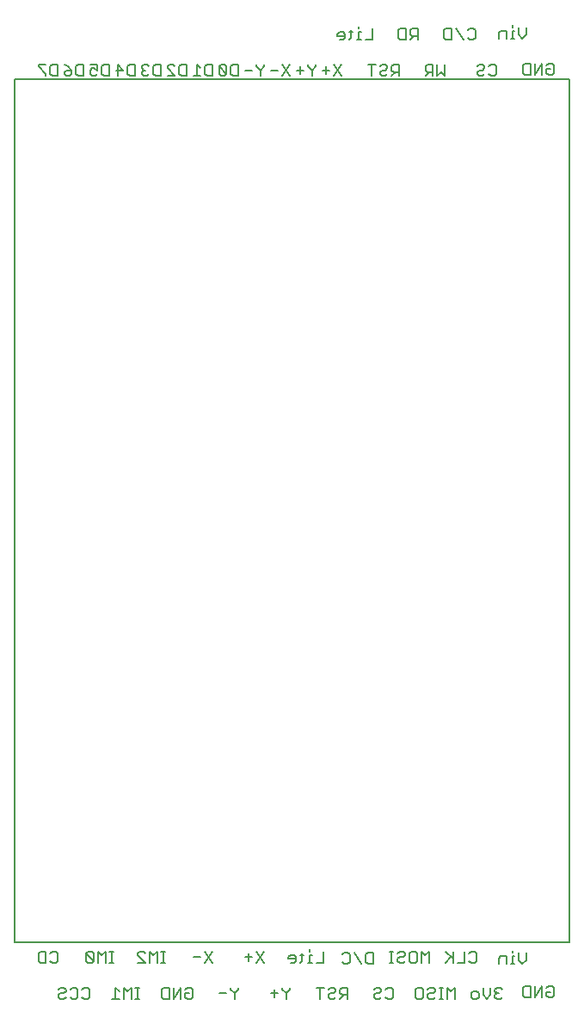
<source format=gbr>
G04 EAGLE Gerber RS-274X export*
G75*
%MOMM*%
%FSLAX34Y34*%
%LPD*%
%INSilkscreen Bottom*%
%IPPOS*%
%AMOC8*
5,1,8,0,0,1.08239X$1,22.5*%
G01*
%ADD10C,0.152400*%
%ADD11C,0.127000*%


D10*
X-204968Y489468D02*
X-204968Y478282D01*
X-210561Y478282D01*
X-212425Y480146D01*
X-212425Y487603D01*
X-210561Y489468D01*
X-204968Y489468D01*
X-220391Y487603D02*
X-224119Y489468D01*
X-220391Y487603D02*
X-216662Y483875D01*
X-216662Y480146D01*
X-218526Y478282D01*
X-222255Y478282D01*
X-224119Y480146D01*
X-224119Y482011D01*
X-222255Y483875D01*
X-216662Y483875D01*
X-179568Y489468D02*
X-179568Y478282D01*
X-185161Y478282D01*
X-187025Y480146D01*
X-187025Y487603D01*
X-185161Y489468D01*
X-179568Y489468D01*
X-191262Y489468D02*
X-198719Y489468D01*
X-191262Y489468D02*
X-191262Y483875D01*
X-194991Y485739D01*
X-196855Y485739D01*
X-198719Y483875D01*
X-198719Y480146D01*
X-196855Y478282D01*
X-193126Y478282D01*
X-191262Y480146D01*
X-154168Y478282D02*
X-154168Y489468D01*
X-154168Y478282D02*
X-159761Y478282D01*
X-161625Y480146D01*
X-161625Y487603D01*
X-159761Y489468D01*
X-154168Y489468D01*
X-171455Y489468D02*
X-171455Y478282D01*
X-165862Y483875D02*
X-171455Y489468D01*
X-173319Y483875D02*
X-165862Y483875D01*
X-128768Y489468D02*
X-128768Y478282D01*
X-134361Y478282D01*
X-136225Y480146D01*
X-136225Y487603D01*
X-134361Y489468D01*
X-128768Y489468D01*
X-140462Y487603D02*
X-142326Y489468D01*
X-146055Y489468D01*
X-147919Y487603D01*
X-147919Y485739D01*
X-146055Y483875D01*
X-144191Y483875D01*
X-146055Y483875D02*
X-147919Y482011D01*
X-147919Y480146D01*
X-146055Y478282D01*
X-142326Y478282D01*
X-140462Y480146D01*
X-230368Y478282D02*
X-230368Y489468D01*
X-230368Y478282D02*
X-235961Y478282D01*
X-237825Y480146D01*
X-237825Y487603D01*
X-235961Y489468D01*
X-230368Y489468D01*
X-242062Y489468D02*
X-249519Y489468D01*
X-249519Y487603D01*
X-242062Y480146D01*
X-242062Y478282D01*
X-103368Y478282D02*
X-103368Y489468D01*
X-103368Y478282D02*
X-108961Y478282D01*
X-110825Y480146D01*
X-110825Y487603D01*
X-108961Y489468D01*
X-103368Y489468D01*
X-115062Y478282D02*
X-122519Y478282D01*
X-115062Y478282D02*
X-122519Y485739D01*
X-122519Y487603D01*
X-120655Y489468D01*
X-116926Y489468D01*
X-115062Y487603D01*
X-77968Y489468D02*
X-77968Y478282D01*
X-83561Y478282D01*
X-85425Y480146D01*
X-85425Y487603D01*
X-83561Y489468D01*
X-77968Y489468D01*
X-89662Y485739D02*
X-93391Y489468D01*
X-93391Y478282D01*
X-97119Y478282D02*
X-89662Y478282D01*
X-52568Y478282D02*
X-52568Y489468D01*
X-52568Y478282D02*
X-58161Y478282D01*
X-60025Y480146D01*
X-60025Y487603D01*
X-58161Y489468D01*
X-52568Y489468D01*
X-64262Y487603D02*
X-64262Y480146D01*
X-64262Y487603D02*
X-66126Y489468D01*
X-69855Y489468D01*
X-71719Y487603D01*
X-71719Y480146D01*
X-69855Y478282D01*
X-66126Y478282D01*
X-64262Y480146D01*
X-71719Y487603D01*
X-27168Y487603D02*
X-27168Y489468D01*
X-27168Y487603D02*
X-30897Y483875D01*
X-34625Y487603D01*
X-34625Y489468D01*
X-30897Y483875D02*
X-30897Y478282D01*
X-38862Y483875D02*
X-46319Y483875D01*
X-9225Y478282D02*
X-1768Y489468D01*
X-9225Y489468D02*
X-1768Y478282D01*
X-13462Y483875D02*
X-20919Y483875D01*
X23632Y487603D02*
X23632Y489468D01*
X23632Y487603D02*
X19903Y483875D01*
X16175Y487603D01*
X16175Y489468D01*
X19903Y483875D02*
X19903Y478282D01*
X11938Y483875D02*
X4481Y483875D01*
X8210Y487603D02*
X8210Y480146D01*
X41575Y478282D02*
X49032Y489468D01*
X41575Y489468D02*
X49032Y478282D01*
X37338Y483875D02*
X29881Y483875D01*
X33610Y487603D02*
X33610Y480146D01*
X79688Y513842D02*
X79688Y525028D01*
X79688Y513842D02*
X72231Y513842D01*
X67994Y521299D02*
X66130Y521299D01*
X66130Y513842D01*
X67994Y513842D02*
X64266Y513842D01*
X66130Y525028D02*
X66130Y526892D01*
X58334Y523163D02*
X58334Y515706D01*
X56470Y513842D01*
X56470Y521299D02*
X60198Y521299D01*
X50538Y513842D02*
X46809Y513842D01*
X50538Y513842D02*
X52402Y515706D01*
X52402Y519435D01*
X50538Y521299D01*
X46809Y521299D01*
X44945Y519435D01*
X44945Y517571D01*
X52402Y517571D01*
X105679Y489468D02*
X105679Y478282D01*
X105679Y489468D02*
X100086Y489468D01*
X98222Y487603D01*
X98222Y483875D01*
X100086Y482011D01*
X105679Y482011D01*
X101950Y482011D02*
X98222Y478282D01*
X88392Y489468D02*
X86528Y487603D01*
X88392Y489468D02*
X92121Y489468D01*
X93985Y487603D01*
X93985Y485739D01*
X92121Y483875D01*
X88392Y483875D01*
X86528Y482011D01*
X86528Y480146D01*
X88392Y478282D01*
X92121Y478282D01*
X93985Y480146D01*
X78563Y478282D02*
X78563Y489468D01*
X82291Y489468D02*
X74834Y489468D01*
X123962Y513842D02*
X123962Y525028D01*
X118369Y525028D01*
X116505Y523163D01*
X116505Y519435D01*
X118369Y517571D01*
X123962Y517571D01*
X120234Y517571D02*
X116505Y513842D01*
X112268Y513842D02*
X112268Y525028D01*
X112268Y513842D02*
X106675Y513842D01*
X104811Y515706D01*
X104811Y523163D01*
X106675Y525028D01*
X112268Y525028D01*
X150632Y489468D02*
X150632Y478282D01*
X146903Y482011D01*
X143175Y478282D01*
X143175Y489468D01*
X138938Y489468D02*
X138938Y478282D01*
X138938Y489468D02*
X133345Y489468D01*
X131481Y487603D01*
X131481Y483875D01*
X133345Y482011D01*
X138938Y482011D01*
X135210Y482011D02*
X131481Y478282D01*
X173152Y523163D02*
X175016Y525028D01*
X178745Y525028D01*
X180609Y523163D01*
X180609Y515706D01*
X178745Y513842D01*
X175016Y513842D01*
X173152Y515706D01*
X168915Y513842D02*
X161458Y525028D01*
X157221Y525028D02*
X157221Y513842D01*
X151628Y513842D01*
X149764Y515706D01*
X149764Y523163D01*
X151628Y525028D01*
X157221Y525028D01*
X193975Y487603D02*
X195839Y489468D01*
X199568Y489468D01*
X201432Y487603D01*
X201432Y480146D01*
X199568Y478282D01*
X195839Y478282D01*
X193975Y480146D01*
X184145Y489468D02*
X182281Y487603D01*
X184145Y489468D02*
X187874Y489468D01*
X189738Y487603D01*
X189738Y485739D01*
X187874Y483875D01*
X184145Y483875D01*
X182281Y482011D01*
X182281Y480146D01*
X184145Y478282D01*
X187874Y478282D01*
X189738Y480146D01*
X230730Y518841D02*
X230730Y526298D01*
X230730Y518841D02*
X227002Y515112D01*
X223273Y518841D01*
X223273Y526298D01*
X219036Y522569D02*
X217172Y522569D01*
X217172Y515112D01*
X219036Y515112D02*
X215308Y515112D01*
X217172Y526298D02*
X217172Y528162D01*
X211240Y522569D02*
X211240Y515112D01*
X211240Y522569D02*
X205647Y522569D01*
X203783Y520705D01*
X203783Y515112D01*
X250622Y488873D02*
X252486Y490738D01*
X256215Y490738D01*
X258079Y488873D01*
X258079Y481416D01*
X256215Y479552D01*
X252486Y479552D01*
X250622Y481416D01*
X250622Y485145D01*
X254350Y485145D01*
X246385Y479552D02*
X246385Y490738D01*
X238928Y479552D01*
X238928Y490738D01*
X234691Y490738D02*
X234691Y479552D01*
X229098Y479552D01*
X227234Y481416D01*
X227234Y488873D01*
X229098Y490738D01*
X234691Y490738D01*
X-235961Y-383022D02*
X-237825Y-384887D01*
X-235961Y-383022D02*
X-232232Y-383022D01*
X-230368Y-384887D01*
X-230368Y-392344D01*
X-232232Y-394208D01*
X-235961Y-394208D01*
X-237825Y-392344D01*
X-242062Y-394208D02*
X-242062Y-383022D01*
X-242062Y-394208D02*
X-247655Y-394208D01*
X-249519Y-392344D01*
X-249519Y-384887D01*
X-247655Y-383022D01*
X-242062Y-383022D01*
X-204714Y-418582D02*
X-206578Y-420447D01*
X-204714Y-418582D02*
X-200985Y-418582D01*
X-199121Y-420447D01*
X-199121Y-427904D01*
X-200985Y-429768D01*
X-204714Y-429768D01*
X-206578Y-427904D01*
X-216408Y-418582D02*
X-218272Y-420447D01*
X-216408Y-418582D02*
X-212679Y-418582D01*
X-210815Y-420447D01*
X-210815Y-427904D01*
X-212679Y-429768D01*
X-216408Y-429768D01*
X-218272Y-427904D01*
X-228102Y-418582D02*
X-229966Y-420447D01*
X-228102Y-418582D02*
X-224373Y-418582D01*
X-222509Y-420447D01*
X-222509Y-422311D01*
X-224373Y-424175D01*
X-228102Y-424175D01*
X-229966Y-426040D01*
X-229966Y-427904D01*
X-228102Y-429768D01*
X-224373Y-429768D01*
X-222509Y-427904D01*
X-179399Y-394208D02*
X-175670Y-394208D01*
X-177534Y-394208D02*
X-177534Y-383022D01*
X-175670Y-383022D02*
X-179399Y-383022D01*
X-183466Y-383022D02*
X-183466Y-394208D01*
X-187195Y-386751D02*
X-183466Y-383022D01*
X-187195Y-386751D02*
X-190923Y-383022D01*
X-190923Y-394208D01*
X-195160Y-392344D02*
X-195160Y-384887D01*
X-197024Y-383022D01*
X-200753Y-383022D01*
X-202617Y-384887D01*
X-202617Y-392344D01*
X-200753Y-394208D01*
X-197024Y-394208D01*
X-195160Y-392344D01*
X-202617Y-384887D01*
X-153999Y-429768D02*
X-150270Y-429768D01*
X-152134Y-429768D02*
X-152134Y-418582D01*
X-150270Y-418582D02*
X-153999Y-418582D01*
X-158066Y-418582D02*
X-158066Y-429768D01*
X-161794Y-422311D02*
X-158066Y-418582D01*
X-161794Y-422311D02*
X-165523Y-418582D01*
X-165523Y-429768D01*
X-169760Y-422311D02*
X-173488Y-418582D01*
X-173488Y-429768D01*
X-169760Y-429768D02*
X-177217Y-429768D01*
X-128599Y-394208D02*
X-124870Y-394208D01*
X-126734Y-394208D02*
X-126734Y-383022D01*
X-124870Y-383022D02*
X-128599Y-383022D01*
X-132666Y-383022D02*
X-132666Y-394208D01*
X-136395Y-386751D02*
X-132666Y-383022D01*
X-136395Y-386751D02*
X-140123Y-383022D01*
X-140123Y-394208D01*
X-144360Y-394208D02*
X-151817Y-394208D01*
X-144360Y-394208D02*
X-151817Y-386751D01*
X-151817Y-384887D01*
X-149953Y-383022D01*
X-146224Y-383022D01*
X-144360Y-384887D01*
X-104978Y-420447D02*
X-103114Y-418582D01*
X-99385Y-418582D01*
X-97521Y-420447D01*
X-97521Y-427904D01*
X-99385Y-429768D01*
X-103114Y-429768D01*
X-104978Y-427904D01*
X-104978Y-424175D01*
X-101250Y-424175D01*
X-109215Y-429768D02*
X-109215Y-418582D01*
X-116672Y-429768D01*
X-116672Y-418582D01*
X-120909Y-418582D02*
X-120909Y-429768D01*
X-126502Y-429768D01*
X-128366Y-427904D01*
X-128366Y-420447D01*
X-126502Y-418582D01*
X-120909Y-418582D01*
X-85425Y-394208D02*
X-77968Y-383022D01*
X-85425Y-383022D02*
X-77968Y-394208D01*
X-89662Y-388615D02*
X-97119Y-388615D01*
X-52568Y-418582D02*
X-52568Y-420447D01*
X-56297Y-424175D01*
X-60025Y-420447D01*
X-60025Y-418582D01*
X-56297Y-424175D02*
X-56297Y-429768D01*
X-64262Y-424175D02*
X-71719Y-424175D01*
X-34625Y-394208D02*
X-27168Y-383022D01*
X-34625Y-383022D02*
X-27168Y-394208D01*
X-38862Y-388615D02*
X-46319Y-388615D01*
X-42591Y-384887D02*
X-42591Y-392344D01*
X-1768Y-418582D02*
X-1768Y-420447D01*
X-5497Y-424175D01*
X-9225Y-420447D01*
X-9225Y-418582D01*
X-5497Y-424175D02*
X-5497Y-429768D01*
X-13462Y-424175D02*
X-20919Y-424175D01*
X-17190Y-420447D02*
X-17190Y-427904D01*
X31428Y-394208D02*
X31428Y-383022D01*
X31428Y-394208D02*
X23971Y-394208D01*
X19734Y-386751D02*
X17870Y-386751D01*
X17870Y-394208D01*
X19734Y-394208D02*
X16006Y-394208D01*
X17870Y-383022D02*
X17870Y-381158D01*
X10074Y-384887D02*
X10074Y-392344D01*
X8210Y-394208D01*
X8210Y-386751D02*
X11938Y-386751D01*
X2278Y-394208D02*
X-1451Y-394208D01*
X2278Y-394208D02*
X4142Y-392344D01*
X4142Y-388615D01*
X2278Y-386751D01*
X-1451Y-386751D01*
X-3315Y-388615D01*
X-3315Y-390480D01*
X4142Y-390480D01*
X54879Y-418582D02*
X54879Y-429768D01*
X54879Y-418582D02*
X49286Y-418582D01*
X47422Y-420447D01*
X47422Y-424175D01*
X49286Y-426040D01*
X54879Y-426040D01*
X51151Y-426040D02*
X47422Y-429768D01*
X37592Y-418582D02*
X35728Y-420447D01*
X37592Y-418582D02*
X41321Y-418582D01*
X43185Y-420447D01*
X43185Y-422311D01*
X41321Y-424175D01*
X37592Y-424175D01*
X35728Y-426040D01*
X35728Y-427904D01*
X37592Y-429768D01*
X41321Y-429768D01*
X43185Y-427904D01*
X27763Y-429768D02*
X27763Y-418582D01*
X31491Y-418582D02*
X24034Y-418582D01*
X80279Y-395478D02*
X80279Y-384292D01*
X80279Y-395478D02*
X74686Y-395478D01*
X72822Y-393614D01*
X72822Y-386157D01*
X74686Y-384292D01*
X80279Y-384292D01*
X68585Y-395478D02*
X61128Y-384292D01*
X51298Y-384292D02*
X49434Y-386157D01*
X51298Y-384292D02*
X55027Y-384292D01*
X56891Y-386157D01*
X56891Y-393614D01*
X55027Y-395478D01*
X51298Y-395478D01*
X49434Y-393614D01*
X92375Y-420447D02*
X94239Y-418582D01*
X97968Y-418582D01*
X99832Y-420447D01*
X99832Y-427904D01*
X97968Y-429768D01*
X94239Y-429768D01*
X92375Y-427904D01*
X82545Y-418582D02*
X80681Y-420447D01*
X82545Y-418582D02*
X86274Y-418582D01*
X88138Y-420447D01*
X88138Y-422311D01*
X86274Y-424175D01*
X82545Y-424175D01*
X80681Y-426040D01*
X80681Y-427904D01*
X82545Y-429768D01*
X86274Y-429768D01*
X88138Y-427904D01*
X134977Y-394208D02*
X134977Y-383022D01*
X131248Y-386751D01*
X127520Y-383022D01*
X127520Y-394208D01*
X121419Y-383022D02*
X117690Y-383022D01*
X121419Y-383022D02*
X123283Y-384887D01*
X123283Y-392344D01*
X121419Y-394208D01*
X117690Y-394208D01*
X115826Y-392344D01*
X115826Y-384887D01*
X117690Y-383022D01*
X105996Y-383022D02*
X104132Y-384887D01*
X105996Y-383022D02*
X109725Y-383022D01*
X111589Y-384887D01*
X111589Y-386751D01*
X109725Y-388615D01*
X105996Y-388615D01*
X104132Y-390480D01*
X104132Y-392344D01*
X105996Y-394208D01*
X109725Y-394208D01*
X111589Y-392344D01*
X99895Y-394208D02*
X96167Y-394208D01*
X98031Y-394208D02*
X98031Y-383022D01*
X99895Y-383022D02*
X96167Y-383022D01*
X160377Y-418582D02*
X160377Y-429768D01*
X156649Y-422311D02*
X160377Y-418582D01*
X156649Y-422311D02*
X152920Y-418582D01*
X152920Y-429768D01*
X148683Y-429768D02*
X144955Y-429768D01*
X146819Y-429768D02*
X146819Y-418582D01*
X148683Y-418582D02*
X144955Y-418582D01*
X135294Y-418582D02*
X133430Y-420447D01*
X135294Y-418582D02*
X139023Y-418582D01*
X140887Y-420447D01*
X140887Y-422311D01*
X139023Y-424175D01*
X135294Y-424175D01*
X133430Y-426040D01*
X133430Y-427904D01*
X135294Y-429768D01*
X139023Y-429768D01*
X140887Y-427904D01*
X127329Y-418582D02*
X123600Y-418582D01*
X127329Y-418582D02*
X129193Y-420447D01*
X129193Y-427904D01*
X127329Y-429768D01*
X123600Y-429768D01*
X121736Y-427904D01*
X121736Y-420447D01*
X123600Y-418582D01*
X174422Y-384887D02*
X176286Y-383022D01*
X180015Y-383022D01*
X181879Y-384887D01*
X181879Y-392344D01*
X180015Y-394208D01*
X176286Y-394208D01*
X174422Y-392344D01*
X170185Y-394208D02*
X170185Y-383022D01*
X170185Y-394208D02*
X162728Y-394208D01*
X158491Y-394208D02*
X158491Y-383022D01*
X151034Y-383022D02*
X158491Y-390480D01*
X156627Y-388615D02*
X151034Y-394208D01*
X205415Y-418582D02*
X207279Y-420447D01*
X205415Y-418582D02*
X201686Y-418582D01*
X199822Y-420447D01*
X199822Y-422311D01*
X201686Y-424175D01*
X203551Y-424175D01*
X201686Y-424175D02*
X199822Y-426040D01*
X199822Y-427904D01*
X201686Y-429768D01*
X205415Y-429768D01*
X207279Y-427904D01*
X195585Y-426040D02*
X195585Y-418582D01*
X195585Y-426040D02*
X191857Y-429768D01*
X188128Y-426040D01*
X188128Y-418582D01*
X182027Y-429768D02*
X178298Y-429768D01*
X176434Y-427904D01*
X176434Y-424175D01*
X178298Y-422311D01*
X182027Y-422311D01*
X183891Y-424175D01*
X183891Y-427904D01*
X182027Y-429768D01*
X230730Y-391750D02*
X230730Y-384292D01*
X230730Y-391750D02*
X227001Y-395478D01*
X223273Y-391750D01*
X223273Y-384292D01*
X219036Y-388021D02*
X217172Y-388021D01*
X217172Y-395478D01*
X219036Y-395478D02*
X215308Y-395478D01*
X217172Y-384292D02*
X217172Y-382428D01*
X211240Y-388021D02*
X211240Y-395478D01*
X211240Y-388021D02*
X205647Y-388021D01*
X203783Y-389885D01*
X203783Y-395478D01*
X250622Y-419177D02*
X252486Y-417312D01*
X256215Y-417312D01*
X258079Y-419177D01*
X258079Y-426634D01*
X256215Y-428498D01*
X252486Y-428498D01*
X250622Y-426634D01*
X250622Y-422905D01*
X254350Y-422905D01*
X246385Y-428498D02*
X246385Y-417312D01*
X238928Y-428498D01*
X238928Y-417312D01*
X234691Y-417312D02*
X234691Y-428498D01*
X229098Y-428498D01*
X227234Y-426634D01*
X227234Y-419177D01*
X229098Y-417312D01*
X234691Y-417312D01*
D11*
X273000Y475000D02*
X-273000Y475000D01*
X-273000Y-374000D01*
X273000Y-374000D01*
X273000Y475000D01*
M02*

</source>
